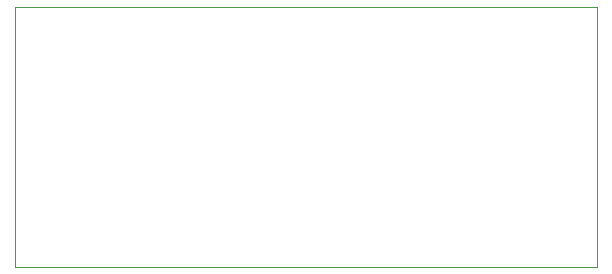
<source format=gbr>
%TF.GenerationSoftware,KiCad,Pcbnew,(6.0.0)*%
%TF.CreationDate,2022-01-10T21:54:35-05:00*%
%TF.ProjectId,ad74111_module,61643734-3131-4315-9f6d-6f64756c652e,rev?*%
%TF.SameCoordinates,Original*%
%TF.FileFunction,Profile,NP*%
%FSLAX46Y46*%
G04 Gerber Fmt 4.6, Leading zero omitted, Abs format (unit mm)*
G04 Created by KiCad (PCBNEW (6.0.0)) date 2022-01-10 21:54:35*
%MOMM*%
%LPD*%
G01*
G04 APERTURE LIST*
%TA.AperFunction,Profile*%
%ADD10C,0.100000*%
%TD*%
G04 APERTURE END LIST*
D10*
X146558000Y-63754000D02*
X97282000Y-63754000D01*
X97282000Y-63754000D02*
X97282000Y-41783000D01*
X97282000Y-41783000D02*
X146558000Y-41783000D01*
X146558000Y-41783000D02*
X146558000Y-63754000D01*
M02*

</source>
